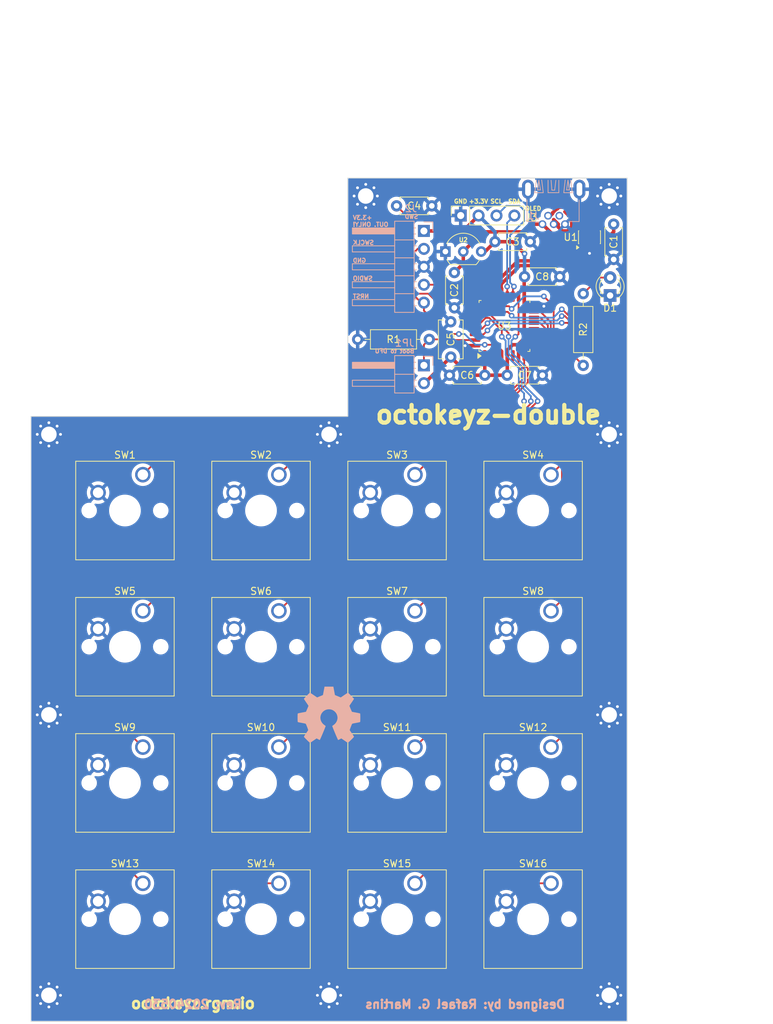
<source format=kicad_pcb>
(kicad_pcb (version 20241229) (generator "pcbnew") (generator_version "9.0")
  (title_block (title "octokeyz-mega") (date "2024-05-30") (rev "20240530") (comment 3 "Released under CERN Open Hardware Licence Version 2 - Strongly Reciprocal") (comment 4 "Designed by: Rafael G. Martins"))
  (layers (0 "F.Cu" signal) (2 "B.Cu" signal) (13 "F.Paste" user) (15 "B.Paste" user) (5 "F.SilkS" user "F.Silkscreen") (7 "B.SilkS" user "B.Silkscreen") (1 "F.Mask" user) (3 "B.Mask" user) (25 "Edge.Cuts" user))
  (net 0 "")
  (net 1 "GND")
  (net 2 "+3.3V")
  (net 3 "RESET")
  (net 4 "+5V")
  (net 5 "SWCLK")
  (net 6 "SWDIO")
  (net 7 "/USB_CONN_D-")
  (net 8 "/USB_CONN_D+")
  (net 10 "I2C_SCL")
  (net 11 "I2C_SDA")
  (net 12 "Net-(JP1-A)")
  (net 13 "KEY1")
  (net 14 "KEY2")
  (net 15 "KEY3")
  (net 16 "KEY4")
  (net 17 "KEY5")
  (net 18 "KEY6")
  (net 19 "KEY7")
  (net 20 "KEY8")
  (net 23 "LED")
  (net 24 "KEY9")
  (net 25 "KEY10")
  (net 26 "USB_D-")
  (net 27 "USB_D+")
  (net 28 "KEY11")
  (net 29 "KEY12")
  (net 30 "KEY13")
  (net 31 "KEY14")
  (net 32 "KEY15")
  (net 33 "KEY16")
  (net 34 "Net-(D1-A)")
  (footprint "LED_THT:LED_D3.0mm" (layer "F.Cu") (at 153.289 68.966 90)
    (property "Reference" "D1")
    (property "Value" "LED Green 3mm")
  )
  (footprint "octokeyz:R_YAGEO_MFR-25FTE52_Horizontal" (layer "F.Cu") (at 149.479 78.867 90)
    (property "Reference" "R2")
    (property "Value" "10k")
  )
  (footprint "octokeyz:SW_Cherry_MX_1.00u_PCB" (layer "F.Cu") (at 106.299 113.665)
    (property "Reference" "SW6")
    (property "Value" "Gateron KS-3")
  )
  (footprint "octokeyz:SW_Cherry_MX_1.00u_PCB" (layer "F.Cu") (at 106.299 132.969)
    (property "Reference" "SW10")
    (property "Value" "Gateron KS-3")
  )
  (footprint "MountingHole:MountingHole_2.2mm_M2_Pad_Via" (layer "F.Cu") (at 153.162 168.148)
    (property "Reference" "H7" (hide yes))
    (property "Value" "MountingHole_Pad")
  )
  (footprint "octokeyz:SW_Cherry_MX_1.00u_PCB" (layer "F.Cu") (at 144.907 132.969)
    (property "Reference" "SW12")
    (property "Value" "Gateron KS-3")
  )
  (footprint "octokeyz:SW_Cherry_MX_1.00u_PCB" (layer "F.Cu") (at 86.995 94.361)
    (property "Reference" "SW1")
    (property "Value" "Gateron KS-3")
  )
  (footprint "octokeyz:SW_Cherry_MX_1.00u_PCB" (layer "F.Cu") (at 125.603 132.969)
    (property "Reference" "SW11")
    (property "Value" "Gateron KS-3")
  )
  (footprint "MountingHole:MountingHole_2.2mm_M2_Pad_Via" (layer "F.Cu") (at 153.162 88.646)
    (property "Reference" "H5" (hide yes))
    (property "Value" "MountingHole_Pad")
  )
  (footprint "octokeyz:SW_Cherry_MX_1.00u_PCB" (layer "F.Cu") (at 86.995 152.273)
    (property "Reference" "SW13")
    (property "Value" "Gateron KS-3")
  )
  (footprint "octokeyz:C_TDK_FA28" (layer "F.Cu") (at 127.9906 56.261 180)
    (property "Reference" "C4")
    (property "Value" "100n")
  )
  (footprint "octokeyz:R_YAGEO_MFR-25FTE52_Horizontal" (layer "F.Cu") (at 127.635 75.184 180)
    (property "Reference" "R1")
    (property "Value" "10k")
  )
  (footprint "octokeyz:C_TDK_FA28" (layer "F.Cu") (at 141.9606 61.341 180)
    (property "Reference" "C3")
    (property "Value" "1u")
  )
  (footprint "octokeyz:SW_Cherry_MX_1.00u_PCB" (layer "F.Cu") (at 125.603 94.361)
    (property "Reference" "SW3")
    (property "Value" "Gateron KS-3")
  )
  (footprint "Connector_PinSocket_2.54mm:PinSocket_1x04_P2.54mm_Vertical" (layer "F.Cu") (at 132.09 57.633 90)
    (property "Reference" "J3")
    (property "Value" "PIN S 4P")
  )
  (footprint "octokeyz:C_TDK_FA28" (layer "F.Cu") (at 143.684 80.264 180)
    (property "Reference" "C7")
    (property "Value" "100n")
  )
  (footprint "MountingHole:MountingHole_2.2mm_M2_Pad_Via" (layer "F.Cu") (at 153.162 128.397)
    (property "Reference" "H10" (hide yes))
    (property "Value" "MountingHole_Pad")
  )
  (footprint "octokeyz:C_TDK_FA26" (layer "F.Cu") (at 130.683 72.684 -90)
    (property "Reference" "C5")
    (property "Value" "10u")
  )
  (footprint "octokeyz:SW_Cherry_MX_1.00u_PCB" (layer "F.Cu") (at 86.995 132.969)
    (property "Reference" "SW9")
    (property "Value" "Gateron KS-3")
  )
  (footprint "octokeyz:C_TDK_FA28" (layer "F.Cu") (at 146.1516 66.294 180)
    (property "Reference" "C8")
    (property "Value" "100n")
  )
  (footprint "octokeyz:SW_Cherry_MX_1.00u_PCB" (layer "F.Cu") (at 125.603 152.273)
    (property "Reference" "SW15")
    (property "Value" "Gateron KS-3")
  )
  (footprint "octokeyz:SW_Cherry_MX_1.00u_PCB" (layer "F.Cu") (at 106.299 94.361)
    (property "Reference" "SW2")
    (property "Value" "Gateron KS-3")
  )
  (footprint "MountingHole:MountingHole_2.2mm_M2_Pad_Via" (layer "F.Cu") (at 113.411 168.148)
    (property "Reference" "H9" (hide yes))
    (property "Value" "MountingHole_Pad")
  )
  (footprint "MountingHole:MountingHole_2.2mm_M2_Pad_Via" (layer "F.Cu") (at 73.66 128.397)
    (property "Reference" "H8" (hide yes))
    (property "Value" "MountingHole_Pad")
  )
  (footprint "octokeyz:C_TDK_FA28" (layer "F.Cu") (at 131.191 70.7136 90)
    (property "Reference" "C2")
    (property "Value" "1u")
  )
  (footprint "MountingHole:MountingHole_2.2mm_M2_Pad_Via" (layer "F.Cu") (at 73.66 168.148)
    (property "Reference" "H6" (hide yes))
    (property "Value" "MountingHole_Pad")
  )
  (footprint "MountingHole:MountingHole_2.2mm_M2_Pad_Via" (layer "F.Cu") (at 113.411 88.646)
    (property "Reference" "H4" (hide yes))
    (property "Value" "MountingHole_Pad")
  )
  (footprint "Package_QFP:LQFP-32_7x7mm_P0.8mm" (layer "F.Cu") (at 138.303 73.279 90)
    (property "Reference" "U3")
    (property "Value" "STM32F042K4T6 or STM32F042K6T6")
  )
  (footprint "octokeyz:SW_Cherry_MX_1.00u_PCB" (layer "F.Cu") (at 144.907 152.273)
    (property "Reference" "SW16")
    (property "Value" "Gateron KS-3")
  )
  (footprint "MountingHole:MountingHole_2.2mm_M2_Pad_Via" (layer "F.Cu") (at 73.66 88.646)
    (property "Reference" "H3" (hide yes))
    (property "Value" "MountingHole_Pad")
  )
  (footprint "octokeyz:SW_Cherry_MX_1.00u_PCB" (layer "F.Cu") (at 144.907 113.665)
    (property "Reference" "SW8")
    (property "Value" "Gateron KS-3")
  )
  (footprint "Package_TO_SOT_THT:TO-92_Inline_Wide" (layer "F.Cu") (at 129.921 62.738)
    (property "Reference" "U2")
    (property "Value" "MCP1700-3302E")
  )
  (footprint "octokeyz:SW_Cherry_MX_1.00u_PCB" (layer "F.Cu") (at 106.299 152.273)
    (property "Reference" "SW14")
    (property "Value" "Gateron KS-3")
  )
  (footprint "octokeyz:C_TDK_FA28" (layer "F.Cu") (at 153.797 63.8556 90)
    (property "Reference" "C1")
    (property "Value" "100n")
  )
  (footprint "octokeyz:SW_Cherry_MX_1.00u_PCB" (layer "F.Cu") (at 86.995 113.665)
    (property "Reference" "SW5")
    (property "Value" "Gateron KS-3")
  )
  (footprint "MountingHole:MountingHole_2.2mm_M2_Pad_Via" (layer "F.Cu") (at 118.618 54.864)
    (property "Reference" "H1" (hide yes))
    (property "Value" "MountingHole_Pad")
  )
  (footprint "MountingHole:MountingHole_2.2mm_M2_Pad_Via" (layer "F.Cu") (at 153.162 54.864)
    (property "Reference" "H2" (hide yes))
    (property "Value" "MountingHole_Pad")
  )
  (footprint "octokeyz:SW_Cherry_MX_1.00u_PCB" (layer "F.Cu") (at 144.907 94.361)
    (property "Reference" "SW4")
    (property "Value" "Gateron KS-3")
  )
  (footprint "octokeyz:SW_Cherry_MX_1.00u_PCB" (layer "F.Cu") (at 125.603 113.665)
    (property "Reference" "SW7")
    (property "Value" "Gateron KS-3")
  )
  (footprint "Package_TO_SOT_SMD:SOT-23-6" (layer "F.Cu") (at 150.368 60.706 90)
    (property "Reference" "U1")
    (property "Value" "USBLC6-2SC6")
  )
  (footprint "octokeyz:C_TDK_FA28" (layer "F.Cu") (at 130.509 80.264)
    (property "Reference" "C6")
    (property "Value" "100n")
  )
  (footprint "Connector_PinHeader_2.54mm:PinHeader_1x05_P2.54mm_Horizontal" (layer "B.Cu") (at 126.873 59.817 180)
    (property "Reference" "J2")
    (property "Value" "PIN H 5P")
  )
  (footprint "Symbol:OSHW-Symbol_8.9x8mm_SilkScreen" (layer "B.Cu") (at 113.411 128.397 180)
    (property "Reference" "REF**" (hide yes))
    (property "Value" "OSHW-Symbol_8.9x8mm_SilkScreen" (hide yes))
  )
  (footprint "Connector_PinHeader_2.54mm:PinHeader_1x02_P2.54mm_Horizontal" (layer "B.Cu") (at 126.873 78.862 180)
    (property "Reference" "JP1")
    (property "Value" "BOOT")
  )
  (footprint "octokeyz:USB_Mini-B_PTH" (layer "B.Cu") (at 143.688 58.856)
    (property "Reference" "J1")
    (property "Value" "USB_B_Mini" (hide yes))
  )
  (gr_line (start 116.078 52.324) (end 116.078 86.106) (stroke (width 0.1)) (layer "Edge.Cuts"))
  (gr_line (start 71.12 171.831) (end 155.702 171.831) (stroke (width 0.1)) (layer "Edge.Cuts"))
  (gr_line (start 71.12 86.106) (end 116.078 86.106) (stroke (width 0.1)) (layer "Edge.Cuts"))
  (gr_line (start 155.702 171.831) (end 155.702 52.324) (stroke (width 0.1)) (layer "Edge.Cuts"))
  (gr_line (start 155.702 52.324) (end 116.078 52.324) (stroke (width 0.1)) (layer "Edge.Cuts"))
  (gr_line (start 71.12 86.106) (end 71.12 171.831) (stroke (width 0.1)) (layer "Edge.Cuts"))
  (gr_text "OLED" (at 142.367 56.642 0) (layer "F.SilkS") (effects (font (size 0.6 0.6))))
  (gr_text "SCL" (at 137.16 55.626 0) (layer "F.SilkS") (effects (font (size 0.6 0.6))))
  (gr_text "GND" (at 132.08 55.626 0) (layer "F.SilkS") (effects (font (size 0.6 0.6))))
  (gr_text "octokeyz.rgm.io" (at 94.107 169.291 0) (layer "F.SilkS") (effects (font (size 1.5 1.5) (thickness 0.375) (bold yes))))
  (gr_text "octokeyz-double" (at 136.017 85.852 0) (layer "F.SilkS") (effects (font (size 2.5 2.5) (thickness 0.6) (bold yes))))
  (gr_text "+3.3V" (at 134.62 55.626 0) (layer "F.SilkS") (effects (font (size 0.6 0.6))))
  (gr_text "SDA" (at 139.7 55.626 0) (layer "F.SilkS") (effects (font (size 0.6 0.6))))
  (gr_text "Boot to DFU" (at 125.603 76.835 0) (layer "B.SilkS") (effects (font (size 0.6 0.6)) (justify left mirror)))
  (gr_text "SWCLK" (at 116.713 61.468 0) (layer "B.SilkS") (effects (font (size 0.6 0.6)) (justify right mirror)))
  (gr_text "SWDIO" (at 116.713 66.548 0) (layer "B.SilkS") (effects (font (size 0.6 0.6)) (justify right mirror)))
  (gr_text "+3.3V\nOUT. ONLY!" (at 116.713 58.42 0) (layer "B.SilkS") (effects (font (size 0.6 0.6)) (justify right mirror)))
  (gr_text "Rev: ${REVISION}" (at 94.107 169.418 0) (layer "B.SilkS") (effects (font (size 1.2 1.2) (thickness 0.3) (bold yes)) (justify mirror)))
  (gr_text "${COMMENT4}" (at 132.715 169.418 0) (layer "B.SilkS") (effects (font (size 1.2 1.2) (thickness 0.3) (bold yes)) (justify mirror)))
  (gr_text "SWD" (at 124.079 57.785 0) (layer "B.SilkS") (effects (font (size 0.6 0.6)) (justify right mirror)))
  (gr_text "NRST" (at 116.713 69.088 0) (layer "B.SilkS") (effects (font (size 0.6 0.6)) (justify right mirror)))
  (gr_text "GND" (at 116.713 64.008 0) (layer "B.SilkS") (effects (font (size 0.6 0.6)) (justify right mirror)))
  (segment (start 143.885 70.479) (end 143.891 70.485) (width 0.5) (layer "F.Cu") (net 1))
  (segment (start 142.478 70.479) (end 143.885 70.479) (width 0.5) (layer "F.Cu") (net 1))
  (segment (start 132.715 76.079) (end 134.128 76.079) (width 0.5) (layer "F.Cu") (net 1))
  (segment (start 150.368 61.8435) (end 150.368 62.992) (width 0.5) (layer "F.Cu") (net 1))
  (via (at 150.368 62.992) (size 0.8) (drill 0.4) (layers "F.Cu" "B.Cu") (net 1))
  (via (at 132.715 76.079) (size 0.8) (drill 0.4) (layers "F.Cu" "B.Cu") (net 1))
  (via (at 143.891 70.485) (size 0.8) (drill 0.4) (layers "F.Cu" "B.Cu") (net 1))
  (segment (start 135.001 62.738) (end 135.5636 62.738) (width 0.5) (layer "F.Cu") (net 2))
  (segment (start 136.9606 61.341) (end 139.446 61.341) (width 0.5) (layer "F.Cu") (net 2))
  (segment (start 138.703 80.245) (end 138.684 80.264) (width 0.5) (layer "F.Cu") (net 2))
  (segment (start 141.103 69.104) (end 141.103 66.3426) (width 0.5) (layer "F.Cu") (net 2))
  (segment (start 141.103 75.051) (end 140.208 75.946) (width 0.5) (layer "F.Cu") (net 2))
  (segment (start 135.5636 62.738) (end 136.9606 61.341) (width 0.5) (layer "F.Cu") (net 2))
  (segment (start 135.503 80.258) (end 135.509 80.264) (width 0.5) (layer "F.Cu") (net 2))
  (segment (start 139.461001 75.946) (end 138.703 76.704001) (width 0.5) (layer "F.Cu") (net 2))
  (segment (start 134.63 57.633) (end 132.446 59.817) (width 0.5) (layer "F.Cu") (net 2))
  (segment (start 139.446 61.341) (end 141.1516 63.0466) (width 0.5) (layer "F.Cu") (net 2))
  (segment (start 138.684 80.264) (end 135.509 80.264) (width 0.5) (layer "F.Cu") (net 2))
  (segment (start 138.703 77.454) (end 138.703 80.245) (width 0.5) (layer "F.Cu") (net 2))
  (segment (start 132.446 59.817) (end 126.873 59.817) (width 0.5) (layer "F.Cu") (net 2))
  (segment (start 126.965 81.402) (end 126.873 81.402) (width 0.5) (layer "F.Cu") (net 2))
  (segment (start 138.703 76.704001) (end 138.703 77.454) (width 0.5) (layer "F.Cu") (net 2))
  (segment (start 135.503 77.454) (end 135.503 80.258) (width 0.5) (layer "F.Cu") (net 2))
  (segment (start 135.509 80.264) (end 133.263 80.264) (width 0.5) (layer "F.Cu") (net 2))
  (segment (start 133.263 80.264) (end 130.683 77.684) (width 0.5) (layer "F.Cu") (net 2))
  (segment (start 141.103 66.3426) (end 141.1516 66.294) (width 0.5) (layer "F.Cu") (net 2))
  (segment (start 141.103 69.104) (end 141.103 75.051) (width 0.5) (layer "F.Cu") (net 2))
  (segment (start 140.208 75.946) (end 139.461001 75.946) (width 0.5) (layer "F.Cu") (net 2))
  (segment (start 130.683 77.684) (end 126.965 81.402) (width 0.5) (layer "F.Cu") (net 2))
  (via (at 141.1516 63.0466) (size 0.8) (drill 0.4) (layers "F.Cu" "B.Cu") (net 2))
  (segment (start 136.9606 61.341) (end 136.9606 59.9636) (width 0.5) (layer "B.Cu") (net 2))
  (segment (start 136.9606 59.9636) (end 134.63 57.633) (width 0.5) (layer "B.Cu") (net 2))
  (segment (start 141.1516 63.0466) (end 141.1516 66.294) (width 0.5) (layer "B.Cu") (net 2))
  (segment (start 124.811999 68.296999) (end 124.811999 58.082399) (width 0.25) (layer "F.Cu") (net 3))
  (segment (start 126.873 69.977) (end 126.492 69.977) (width 0.25) (layer "F.Cu") (net 3))
  (segment (start 137.903 76.704001) (end 137.144999 75.946) (width 0.25) (layer "F.Cu") (net 3))
  (segment (start 137.903 77.454) (end 137.903 76.704001) (width 0.25) (layer "F.Cu") (net 3))
  (segment (start 126.873 70.612) (end 126.547172 70.612) (width 0.25) (layer "F.Cu") (net 3))
  (segment (start 126.492 69.977) (end 124.811999 68.296999) (width 0.25) (layer "F.Cu") (net 3))
  (segment (start 137.144999 75.946) (end 135.509 75.946) (width 0.25) (layer "F.Cu") (net 3))
  (segment (start 126.873 70.612) (end 126.873 69.977) (width 0.25) (layer "F.Cu") (net 3))
  (segment (start 131.826 74.422) (end 130.175 74.422) (width 0.25) (layer "F.Cu") (net 3))
  (segment (start 130.175 74.422) (end 126.873 71.12) (width 0.25) (layer "F.Cu") (net 3))
  (segment (start 126.873 71.12) (end 126.873 70.612) (width 0.25) (layer "F.Cu") (net 3))
  (segment (start 124.811999 58.082399) (end 122.9906 56.261) (width 0.25) (layer "F.Cu") (net 3))
  (via (at 131.826 74.422) (size 0.8) (drill 0.4) (layers "F.Cu" "B.Cu") (net 3))
  (via (at 135.509 75.946) (size 0.8) (drill 0.4) (layers "F.Cu" "B.Cu") (net 3))
  (segment (start 134.1755 75.946) (end 135.509 75.946) (width 0.25) (layer "B.Cu") (net 3))
  (segment (start 132.6515 74.422) (end 134.1755 75.946) (width 0.25) (layer "B.Cu") (net 3))
  (segment (start 131.826 74.422) (end 132.6515 74.422) (width 0.25) (layer "B.Cu") (net 3))
  (segment (start 132.461 62.738) (end 132.461 64.4436) (width 0.5) (layer "F.Cu") (net 4))
  (segment (start 141.097 59.944) (end 135.255 59.944) (width 0.5) (layer "F.Cu") (net 4))
  (segment (start 145.538 60.706) (end 143.688 58.856) (width 0.5) (layer "F.Cu") (net 4))
  (segment (start 150.368 60.230999) (end 149.892999 60.706) (width 0.5) (layer "F.Cu") (net 4))
  (segment (start 153.035 60.706) (end 153.797 59.944) (width 0.5) (layer "F.Cu") (net 4))
  (segment (start 153.797 59.944) (end 153.797 58.8556) (width 0.5) (layer "F.Cu") (net 4))
  (segment (start 150.876 60.706) (end 153.035 60.706) (width 0.5) (layer "F.Cu") (net 4))
  (segment (start 132.461 64.4436) (end 131.191 65.7136) (width 0.5) (layer "F.Cu") (net 4))
  (segment (start 149.892999 60.706) (end 145.538 60.706) (width 0.5) (layer "F.Cu") (net 4))
  (segment (start 142.185 58.856) (end 141.097 59.944) (width 0.5) (layer "F.Cu") (net 4))
  (segment (start 150.368 59.5685) (end 150.368 60.198) (width 0.5) (layer "F.Cu") (net 4))
  (segment (start 150.368 59.5685) (end 150.368 60.230999) (width 0.5) (layer "F.Cu") (net 4))
  (segment (start 135.255 59.944) (end 132.461 62.738) (width 0.5) (layer "F.Cu") (net 4))
  (segment (start 143.688 58.856) (end 142.185 58.856) (width 0.5) (layer "F.Cu") (net 4))
  (segment (start 150.368 60.198) (end 150.876 60.706) (width 0.5) (layer "F.Cu") (net 4))
  (segment (start 129.54 69.342) (end 128.143 69.342) (width 0.25) (layer "F.Cu") (net 5))
  (segment (start 125.222 63.119) (end 125.984 62.357) (width 0.25) (layer "F.Cu") (net 5))
  (segment (start 127.508 68.707) (end 125.801828 68.707) (width 0.25) (layer "F.Cu") (net 5))
  (segment (start 131.191 67.691) (end 129.54 69.342) (width 0.25) (layer "F.Cu") (net 5))
  (segment (start 135.255 67.691) (end 131.191 67.691) (width 0.25) (layer "F.Cu") (net 5))
  (segment (start 125.984 62.357) (end 126.873 62.357) (width 0.25) (layer "F.Cu") (net 5))
  (segment (start 135.503 67.939) (end 135.255 67.691) (width 0.25) (layer "F.Cu") (net 5))
  (segment (start 128.143 69.342) (end 127.508 68.707) (width 0.25) (layer "F.Cu") (net 5))
  (segment (start 125.222 68.127172) (end 125.222 63.119) (width 0.25) (layer "F.Cu") (net 5))
  (segment (start 125.801828 68.707) (end 125.222 68.127172) (width 0.25) (layer "F.Cu") (net 5))
  (segment (start 135.503 69.104) (end 135.503 67.939) (width 0.25) (layer "F.Cu") (net 5))
  (segment (start 130.865172 67.437) (end 126.873 67.437) (width 0.25) (layer "F.Cu") (net 6))
  (segment (start 136.303 69.104) (end 136.303 68.159172) (width 0.25) (layer "F.Cu") (net 6))
  (segment (start 135.424828 67.281) (end 131.021172 67.281) (width 0.25) (layer "F.Cu") (net 6))
  (segment (start 131.021172 67.281) (end 130.865172 67.437) (width 0.25) (layer "F.Cu") (net 6))
  (segment (start 136.303 68.159172) (end 135.424828 67.281) (width 0.25) (layer "F.Cu") (net 6))
  (segment (start 149.615692 56.439) (end 150.698 57.521308) (width 0.5) (layer "F.Cu") (net 7))
  (segment (start 145.690354 56.696) (end 145.781309 56.696) (width 0.5) (layer "F.Cu") (net 7))
  (segment (start 150.698 57.954749) (end 151.318 58.574749) (width 0.5) (layer "F.Cu") (net 7))
  (segment (start 151.318 58.574749) (end 151.318 59.5685) (width 0.5) (layer "F.Cu") (net 7))
  (segment (start 145.128 57.349309) (end 145.128 57.258354) (width 0.5) (layer "F.Cu") (net 7))
  (segment (start 144.821309 57.656) (end 145.128 57.349309) (width 0.5) (layer "F.Cu") (net 7))
  (segment (start 144.488 57.656) (end 144.821309 57.656) (width 0.5) (layer "F.Cu") (net 7))
  (segment (start 146.038309 56.439) (end 149.615692 56.439) (width 0.5) (layer "F.Cu") (net 7))
  (segment (start 145.781309 56.696) (end 146.038309 56.439) (width 0.5) (layer "F.Cu") (net 7))
  (segment (start 145.128 57.258354) (end 145.690354 56.696) (width 0.5) (layer "F.Cu") (net 7))
  (segment (start 150.698 57.521308) (end 150.698 57.954749) (width 0.5) (layer "F.Cu") (net 7))
  (segment (start 145.928 59.253646) (end 146.490354 59.816) (width 0.5) (layer "F.Cu") (net 8))
  (segment (start 146.490354 59.816) (end 147.285646 59.816) (width 0.5) (layer "F.Cu") (net 8))
  (segment (start 150.038 57.794692) (end 150.038 57.954749) (width 0.5) (layer "F.Cu") (net 8))
  (segment (start 147.848 58.058354) (end 146.888646 57.099) (width 0.5) (layer "F.Cu") (net 8))
  (segment (start 149.418 58.574749) (end 149.418 59.5685) (width 0.5) (layer "F.Cu") (net 8))
  (segment (start 147.848 59.253646) (end 147.848 58.058354) (width 0.5) (layer "F.Cu") (net 8))
  (segment (start 149.342308 57.099) (end 150.038 57.794692) (width 0.5) (layer "F.Cu") (net 8))
  (segment (start 145.288 58.856) (end 145.288 58.213646) (width 0.5) (layer "F.Cu") (net 8))
  (segment (start 146.888646 57.099) (end 149.342308 57.099) (width 0.5) (layer "F.Cu") (net 8))
  (segment (start 150.038 57.954749) (end 149.418 58.574749) (width 0.5) (layer "F.Cu") (net 8))
  (segment (start 147.285646 59.816) (end 147.848 59.253646) (width 0.5) (layer "F.Cu") (net 8))
  (segment (start 145.288 58.213646) (end 145.928 58.853646) (width 0.5) (layer "F.Cu") (net 8))
  (segment (start 145.928 58.853646) (end 145.928 59.253646) (width 0.5) (layer "F.Cu") (net 8))
  (segment (start 139.503 67.832003) (end 139.644003 67.691) (width 0.25) (layer "F.Cu") (net 10))
  (segment (start 139.503 69.104) (end 139.503 67.832003) (width 0.25) (layer "F.Cu") (net 10))
  (via (at 139.644003 67.691) (size 0.8) (drill 0.4) (layers "F.Cu" "B.Cu") (net 10))
  (segment (start 139.644003 67.682266) (end 139.094 67.132263) (width 0.25) (layer "B.Cu") (net 10))
  (segment (start 140.462 56.261) (end 138.542 56.261) (width 0.25) (layer "B.Cu") (net 10))
  (segment (start 141.097 58.42) (end 141.097 56.896) (width 0.25) (layer "B.Cu") (net 10))
  (segment (start 139.094 67.132263) (end 139.094 60.423) (width 0.25) (layer "B.Cu") (net 10))
  (segment (start 138.542 56.261) (end 137.17 57.633) (width 0.25) (layer "B.Cu") (net 10))
  (segment (start 139.644003 67.691) (end 139.644003 67.682266) (width 0.25) (layer "B.Cu") (net 10))
  (segment (start 141.097 56.896) (end 140.462 56.261) (width 0.25) (layer "B.Cu") (net 10))
  (segment (start 139.094 60.423) (end 141.097 58.42) (width 0.25) (layer "B.Cu") (net 10))
  (segment (start 138.703 69.104) (end 138.703 67.71) (width 0.25) (layer "F.Cu") (net 11))
  (segment (start 138.703 67.71) (end 138.684 67.691) (width 0.25) (layer "F.Cu") (net 11))
  (via (at 138.684 67.691) (size 0.8) (drill 0.4) (layers "F.Cu" "B.Cu") (net 11))
  (segment (start 138.684 58.659) (end 139.71 57.633) (width 0.25) (layer "B.Cu") (net 11))
  (segment (start 138.684 67.691) (end 138.684 58.659) (width 0.25) (layer "B.Cu") (net 11))
  (segment (start 126.873 78.862) (end 126.873 75.946) (width 0.25) (layer "F.Cu") (net 12))
  (segment (start 130.143 75.279) (end 130.048 75.184) (width 0.25) (layer "F.Cu") (net 12))
  (segment (start 134.128 75.279) (end 130.143 75.279) (width 0.25) (layer "F.Cu") (net 12))
  (segment (start 130.048 75.184) (end 127.635 75.184) (width 0.25) (layer "F.Cu") (net 12))
  (segment (start 126.873 75.946) (end 127.635 75.184) (width 0.25) (layer "F.Cu") (net 12))
  (segment (start 89.789 91.567) (end 86.995 94.361) (width 0.25) (layer "F.Cu") (net 13))
  (segment (start 139.503 77.454) (end 139.503 78.354828) (width 0.25) (layer "F.Cu") (net 13))
  (segment (start 130.175 91.567) (end 89.789 91.567) (width 0.25) (layer "F.Cu") (net 13))
  (segment (start 139.503 78.354828) (end 140.785 79.636828) (width 0.25) (layer "F.Cu") (net 13))
  (segment (start 140.785 79.636828) (end 140.785 80.957) (width 0.25) (layer "F.Cu") (net 13))
  (segment (start 140.785 80.957) (end 130.175 91.567) (width 0.25) (layer "F.Cu") (net 13))
  (segment (start 130.345242 91.978) (end 108.682 91.978) (width 0.25) (layer "F.Cu") (net 14))
  (segment (start 140.303 78.575) (end 141.195 79.467) (width 0.25) (layer "F.Cu") (net 14))
  (segment (start 141.196 81.127242) (end 130.345242 91.978) (width 0.25) (layer "F.Cu") (net 14))
  (segment (start 141.195 80.42) (end 141.196 80.421) (width 0.25) (layer "F.Cu") (net 14))
  (segment (start 140.303 77.454) (end 140.303 78.575) (width 0.25) (layer "F.Cu") (net 14))
  (segment (start 141.196 80.421) (end 141.196 81.127242) (width 0.25) (layer "F.Cu") (net 14))
  (segment (start 141.195 79.467) (end 141.195 80.42) (width 0.25) (layer "F.Cu") (net 14))
  (segment (start 108.682 91.978) (end 106.299 94.361) (width 0.25) (layer "F.Cu") (net 14))
  (segment (start 141.607 80.012) (end 141.607 81.297484) (width 0.25) (layer "F.Cu") (net 15))
  (segment (start 141.605 79.297172) (end 141.605 80.01) (width 0.25) (layer "F.Cu") (net 15))
  (segment (start 141.103 78.795172) (end 141.605 79.297172) (width 0.25) (layer "F.Cu") (net 15))
  (segment (start 130.515484 92.389) (end 127.575 92.389) (width 0.25) (layer "F.Cu") (net 15))
  (segment (start 141.103 77.454) (end 141.103 78.795172) (width 0.25) (layer "F.Cu") (net 15))
  (segment (start 141.607 81.297484) (end 130.515484 92.389) (width 0.25) (layer "F.Cu") (net 15))
  (segment (start 127.575 92.389) (end 125.603 94.361) (width 0.25) (layer "F.Cu") (net 15))
  (segment (start 141.605 80.01) (end 141.607 80.012) (width 0.25) (layer "F.Cu") (net 15))
  (segment (start 143.51 76.079) (end 142.478 76.079) (width 0.25) (layer "F.Cu") (net 16))
  (segment (start 145.161 82.042) (end 145.161 77.73) (width 0.25) (layer "F.Cu") (net 16))
  (segment (start 144.907 94.361) (end 146.05 93.218) (width 0.25) (layer "F.Cu") (net 16))
  (segment (start 146.05 93.218) (end 146.05 82.931) (width 0.25) (layer "F.Cu") (net 16))
  (segment (start 145.161 77.73) (end 143.51 76.079) (width 0.25) (layer "F.Cu") (net 16))
  (segment (start 146.05 82.931) (end 145.161 82.042) (width 0.25) (layer "F.Cu") (net 16))
  (segment (start 139.506 106.874) (end 93.786 106.874) (width 0.25) (layer "F.Cu") (net 17))
  (segment (start 93.786 106.874) (end 86.995 113.665) (width 0.25) (layer "F.Cu") (net 17))
  (segment (start 145.288 98.405516) (end 145.288 101.092) (width 0.25) (layer "F.Cu") (net 17))
  (segment (start 146.461 82.760758) (end 146.461 97.232516) (width 0.25) (layer "F.Cu") (net 17))
  (segment (start 145.572 77.559758) (end 145.572 81.871758) (width 0.25) (layer "F.Cu") (net 17))
  (segment (start 146.461 97.232516) (end 145.288 98.405516) (width 0.25) (layer "F.Cu") (net 17))
  (segment (start 145.572 81.871758) (end 146.461 82.760758) (width 0.25) (layer "F.Cu") (net 17))
  (segment (start 142.478 75.279) (end 143.291242 75.279) (width 0.25) (layer "F.Cu") (net 17))
  (segment (start 143.291242 75.279) (end 145.572 77.559758) (width 0.25) (layer "F.Cu") (net 17))
  (segment (start 145.288 101.092) (end 139.506 106.874) (width 0.25) (layer "F.Cu") (net 17))
  (segment (start 139.676242 107.285) (end 112.679 107.285) (width 0.25) (layer "F.Cu") (net 18))
  (segment (start 145.983 77.389516) (end 145.983 81.701516) (width 0.25) (layer "F.Cu") (net 18))
  (segment (start 145.699 98.575758) (end 145.699 101.262242) (width 0.25) (layer "F.Cu") (net 18))
  (segment (start 112.679 107.285) (end 106.299 113.665) (width 0.25) (layer "F.Cu") (net 18))
  (segment (start 145.699 101.262242) (end 139.676242 107.285) (width 0.25) (layer "F.Cu") (net 18))
  (segment (start 142.478 74.479) (end 143.072484 74.479) (width 0.25) (layer "F.Cu") (net 18))
  (segment (start 146.872 97.402758) (end 145.699 98.575758) (width 0.25) (layer "F.Cu") (net 18))
  (segment (start 143.072484 74.479) (end 145.983 77.389516) (width 0.25) (layer "F.Cu") (net 18))
  (segment (start 145.983 81.701516) (end 146.872 82.590516) (width 0.25) (layer "F.Cu") (net 18))
  (segment (start 146.872 82.590516) (end 146.872 97.402758) (width 0.25) (layer "F.Cu") (net 18))
  (segment (start 147.283 97.573) (end 146.11 98.746) (width 0.25) (layer "F.Cu") (net 19))
  (segment (start 146.11 98.746) (end 146.11 101.432484) (width 0.25) (layer "F.Cu") (net 19))
  (segment (start 139.846484 107.696) (end 131.572 107.696) (width 0.25) (layer "F.Cu") (net 19))
  (segment (start 143.637 74.462274) (end 146.394 77.219274) (width 0.25) (layer "F.Cu") (net 19))
  (segment (start 143.275 73.679) (end 143.637 74.041) (width 0.25) (layer "F.Cu") (net 19))
  (segment (start 142.478 73.679) (end 143.275 73.679) (width 0.25) (layer "F.Cu") (net 19))
  (segment (start 143.637 74.041) (end 143.637 74.462274) (width 0.25) (layer "F.Cu") (net 19))
  (segment (start 146.394 81.531274) (end 147.283 82.420274) (width 0.25) (layer "F.Cu") (net 19))
  (segment (start 146.11 101.432484) (end 139.846484 107.696) (width 0.25) (layer "F.Cu") (net 19))
  (segment (start 146.394 77.219274) (end 146.394 81.531274) (width 0.25) (layer "F.Cu") (net 19))
  (segment (start 147.283 82.420274) (end 147.283 97.573) (width 0.25) (layer "F.Cu") (net 19))
  (segment (start 131.572 107.696) (end 125.603 113.665) (width 0.25) (layer "F.Cu") (net 19))
  (segment (start 144.048 74.292032) (end 146.805 77.049032) (width 0.25) (layer "F.Cu") (net 20))
  (segment (start 143.364 72.879) (end 144.048 73.563) (width 0.25) (layer "F.Cu") (net 20))
  (segment (start 146.805 81.361032) (end 147.694 82.250032) (width 0.25) (layer "F.Cu") (net 20))
  (segment (start 148.844 109.728) (end 144.907 113.665) (width 0.25) (layer "F.Cu") (net 20))
  (segment (start 144.048 73.563) (end 144.048 74.292032) (width 0.25) (layer "F.Cu") (net 20))
  (segment (start 148.844 98.729242) (end 148.844 109.728) (width 0.25) (layer "F.Cu") (net 20))
  (segment (start 147.694 97.579242) (end 148.844 98.729242) (width 0.25) (layer "F.Cu") (net 20))
  (segment (start 146.805 77.049032) (end 146.805 81.361032) (width 0.25) (layer "F.Cu") (net 20))
  (segment (start 147.694 82.250032) (end 147.694 97.579242) (width 0.25) (layer "F.Cu") (net 20))
  (segment (start 142.478 72.879) (end 143.364 72.879) (width 0.25) (layer "F.Cu") (net 20))
  (segment (start 149.479 78.867) (end 148.038 77.426) (width 0.25) (layer "F.Cu") (net 23))
  (segment (start 145.281 73.781306) (end 145.281 70.478) (width 0.25) (layer "F.Cu") (net 23))
  (segment (start 148.038 76.538306) (end 145.281 73.781306) (width 0.25) (layer "F.Cu") (net 23))
  (segment (start 145.281 70.478) (end 143.891 69.088) (width 0.25) (layer "F.Cu") (net 23))
  (segment (start 138.932 70.479) (end 139.319 70.866) (width 0.25) (layer "F.Cu") (net 23))
  (segment (start 134.128 70.479) (end 138.932 70.479) (width 0.25) (layer "F.Cu") (net 23))
  (segment (start 148.038 77.426) (end 148.038 76.538306) (width 0.25) (layer "F.Cu") (net 23))
  (via (at 139.319 70.866) (size 0.8) (drill 0.4) (layers "F.Cu" "B.Cu") (net 23))
  (via (at 143.891 69.088) (size 0.8) (drill 0.4) (layers "F.Cu" "B.Cu") (net 23))
  (segment (start 141.097 69.088) (end 143.891 69.088) (width 0.25) (layer "B.Cu") (net 23))
  (segment (start 139.319 70.866) (end 141.097 69.088) (width 0.25) (layer "B.Cu") (net 23))
  (segment (start 142.326148 84.633) (end 142.316 84.633) (width 0.25) (layer "F.Cu") (net 24))
  (segment (start 140.303 74.428015) (end 140.303 69.104) (width 0.25) (layer "F.Cu") (net 24))
  (segment (start 139.842006 74.803) (end 139.928015 74.803) (width 0.25) (layer "F.Cu") (net 24))
  (segment (start 141.903994 85.045006) (end 141.903994 89.363006) (width 0.25) (layer "F.Cu") (net 24))
  (segment (start 141.903994 89.363006) (end 124.804 106.463) (width 0.25) (layer "F.Cu") (net 24))
  (segment (start 142.727997 84.221003) (end 142.727997 84.231151) (width 0.25) (layer "F.Cu") (net 24))
  (segment (start 124.804 106.463) (end 84.291 106.463) (width 0.25) (layer "F.Cu") (net 24))
  (segment (start 142.727997 84.231151) (end 142.326148 84.633) (width 0.25) (layer "F.Cu") (net 24))
  (segment (start 77.724 113.03) (end 77.724 123.698) (width 0.25) (layer "F.Cu") (net 24))
  (segment (start 84.291 106.463) (end 77.724 113.03) (width 0.25) (layer "F.Cu") (net 24))
  (segment (start 143.002 83.947) (end 142.727997 84.221003) (width 0.25) (layer "F.Cu") (net 24))
  (segment (start 77.724 123.698) (end 86.995 132.969) (width 0.25) (layer "F.Cu") (net 24))
  (segment (start 139.928015 74.803) (end 140.303 74.428015) (width 0.25) (layer "F.Cu") (net 24))
  (segment (start 142.316 84.633) (end 141.903994 85.045006) (width 0.25) (layer "F.Cu") (net 24))
  (via (at 143.002 83.947) (size 0.8) (drill 0.4) (layers "F.Cu" "B.Cu") (net 24))
  (via (at 139.842006 74.803) (size 0.8) (drill 0.4) (layers "F.Cu" "B.Cu") (net 24))
  (segment (start 139.293003 75.362151) (end 139.568003 75.087151) (width 0.25) (layer "B.Cu") (net 24))
  (segment (start 143.002 83.947) (end 143.002 83.592484) (width 0.25) (layer "B.Cu") (net 24))
  (segment (start 141.157 81.747484) (end 141.157 78.907516) (width 0.25) (layer "B.Cu") (net 24))
  (segment (start 141.157 78.907516) (end 139.293003 77.043519) (width 0.25) (layer "B.Cu") (net 24))
  (segment (start 139.568003 75.077003) (end 139.842006 74.803) (width 0.25) (layer "B.Cu") (net 24))
  (segment (start 139.293003 77.043519) (end 139.293003 75.362151) (width 0.25) (layer "B.Cu") (net 24))
  (segment (start 139.568003 75.087151) (end 139.568003 75.077003) (width 0.25) (layer "B.Cu") (net 24))
  (segment (start 143.002 83.592484) (end 141.157 81.747484) (width 0.25) (layer "B.Cu") (net 24))
  (segment (start 147.216 81.19079) (end 148.105 82.07979) (width 0.25) (layer "F.Cu") (net 25))
  (segment (start 143.362621 72.079) (end 144.459 73.175379) (width 0.25) (layer "F.Cu") (net 25))
  (segment (start 144.459 74.12179) (end 147.216 76.87879) (width 0.25) (layer "F.Cu") (net 25))
  (segment (start 147.066 122.555) (end 116.713 122.555) (width 0.25) (layer "F.Cu") (net 25))
  (segment (start 144.459 73.175379) (end 144.459 74.12179) (width 0.25) (layer "F.Cu") (net 25))
  (segment (start 149.255 120.366) (end 147.066 122.555) (width 0.25) (layer "F.Cu") (net 25))
  (segment (start 116.713 122.555) (end 106.299 132.969) (width 0.25) (layer "F.Cu") (net 25))
  (segment (start 148.105 82.07979) (end 148.105 97.409) (width 0.25) (layer "F.Cu") (net 25))
  (segment (start 149.255 98.559) (end 149.255 120.366) (width 0.25) (layer "F.Cu") (net 25))
  (segment (start 142.478 72.079) (end 143.362621 72.079) (width 0.25) (layer "F.Cu") (net 25))
  (segment (start 147.216 76.87879) (end 147.216 81.19079) (width 0.25) (layer "F.Cu") (net 25))
  (segment (start 148.105 97.409) (end 149.255 98.559) (width 0.25) (layer "F.Cu") (net 25))
  (segment (start 151.318 62.837251) (end 151.318 61.8435) (width 0.5) (layer "F.Cu") (net 26))
  (segment (start 151.178 63.327513) (end 151.178 62.977251) (width 0.5) (layer "F.Cu") (net 26))
  (segment (start 137.833 67.908999) (end 137.833 67.357692) (width 0.5) (layer "F.Cu") (net 26))
  (segment (start 151.178 62.977251) (end 151.318 62.837251) (width 0.5) (layer "F.Cu") (net 26))
  (segment (start 149.808061 65.481) (end 150.698 64.591061) (width 0.5) (layer "F.Cu") (net 26))
  (segment (start 140.471692 64.719) (end 147.310308 64.719) (width 0.5) (layer "F.Cu") (net 26))
  (segment (start 137.833 67.357692) (end 140.471692 64.719) (width 0.5) (layer "F.Cu") (net 26))
  (segment (start 148.072308 65.481) (end 149.808061 65.481) (width 0.5) (layer "F.Cu") (net 26))
  (segment (start 150.698 63.807513) (end 151.178 63.327513) (width 0.5) (layer "F.Cu") (net 26))
  (segment (start 147.310308 64.719) (end 148.072308 65.481) (width 0.5) (layer "F.Cu") (net 26))
  (segment (start 137.903 67.978999) (end 137.833 67.908999) (width 0.5) (layer "F.Cu") (net 26))
  (segment (start 150.698 64.591061) (end 150.698 63.807513) (width 0.5) (layer "F.Cu") (net 26))
  (segment (start 137.903 69.104) (end 137.903 67.978999) (width 0.5) (layer "F.Cu") (net 26))
  (segment (start 149.534677 64.821) (end 150.038 64.317677) (width 0.5) (layer "F.Cu") (net 27))
  (segment (start 149.558 63.327513) (end 149.558 62.977251) (width 0.5) (layer "F.Cu") (net 27))
  (segment (start 148.345692 64.821) (end 149.534677 64.821) (width 0.5) (layer "F.Cu") (net 27))
  (segment (start 140.198308 64.059) (end 147.583692 64.059) (width 0.5) (layer "F.Cu") (net 27))
  (segment (start 137.103 69.104) (end 137.103 67.978999) (width 0.5) (layer "F.Cu") (net 27))
  (segment (start 137.173 67.908999) (end 137.173 67.084308) (width 0.5) (layer "F.Cu") (net 27))
  (segment (start 137.173 67.084308) (end 140.198308 64.059) (width 0.5) (layer "F.Cu") (net 27))
  (segment (start 150.038 63.807513) (end 149.558 63.327513) (width 0.5) (layer "F.Cu") (net 27))
  (segment (start 150.038 64.317677) (end 150.038 63.807513) (width 0.5) (layer "F.Cu") (net 27))
  (segment (start 147.583692 64.059) (end 148.345692 64.821) (width 0.5) (layer "F.Cu") (net 27))
  (segment (start 137.103 67.978999) (end 137.173 67.908999) (width 0.5) (layer "F.Cu") (net 27))
  (segment (start 149.418 62.837251) (end 149.418 61.8435) (width 0.5) (layer "F.Cu") (net 27))
  (segment (start 149.558 62.977251) (end 149.418 62.837251) (width 0.5) (layer "F.Cu") (net 27))
  (segment (start 147.627 81.020548) (end 148.516 81.909548) (width 0.25) (layer "F.Cu") (net 28))
  (segment (start 148.516 97.238758) (end 149.666 98.388758) (width 0.25) (layer "F.Cu") (net 28))
  (segment (start 149.666 120.536242) (end 147.236242 122.966) (width 0.25) (layer "F.Cu") (net 28))
  (segment (start 148.516 81.909548) (end 148.516 97.238758) (width 0.25) (layer "F.Cu") (net 28))
  (segment (start 147.236242 122.966) (end 135.606 122.966) (width 0.25) (layer "F.Cu") (net 28))
  (segment (start 143.415 71.279) (end 144.87 72.734) (width 0.25) (layer "F.Cu") (net 28))
  (segment (start 135.606 122.966) (end 125.603 132.969) (width 0.25) (layer "F.Cu") (net 28))
  (segment (start 142.478 71.279) (end 143.415 71.279) (width 0.25) (layer "F.Cu") (net 28))
  (segment (start 144.87 73.951548) (end 147.627 76.708548) (width 0.25) (layer "F.Cu") (net 28))
  (segment (start 144.87 72.734) (end 144.87 73.951548) (width 0.25) (layer "F.Cu") (net 28))
  (segment (start 147.627 76.708548) (end 147.627 81.020548) (width 0.25) (layer "F.Cu") (net 28))
  (segment (start 149.666 98.388758) (end 149.666 120.536242) (width 0.25) (layer "F.Cu") (net 28))
  (segment (start 147.828 124.117968) (end 147.828 130.048) (width 0.25) (layer "F.Cu") (net 29))
  (segment (start 150.899 97.878032) (end 150.899 121.046968) (width 0.25) (layer "F.Cu") (net 29))
  (segment (start 149.749 96.728032) (end 150.899 97.878032) (width 0.25) (layer "F.Cu") (net 29))
  (segment (start 152.079 79.969484) (end 149.749 82.299484) (width 0.25) (layer "F.Cu") (net 29))
  (segment (start 146.506481 70.921997) (end 152.079 76.494516) (width 0.25) (layer "F.Cu") (net 29))
  (segment (start 152.079 76.494516) (end 152.079 79.969484) (width 0.25) (layer "F.Cu") (net 29))
  (segment (start 139.044997 71.552) (end 139.034849 71.552) (width 0.25) (layer "F.Cu") (net 29))
  (segment (start 149.749 82.299484) (end 149.749 96.728032) (width 0.25) (layer "F.Cu") (net 29))
  (segment (start 139.034849 71.552) (end 138.761849 71.279) (width 0.25) (layer "F.Cu") (net 29))
  (segment (start 139.319 71.826003) (end 139.044997 71.552) (width 0.25) (layer "F.Cu") (net 29))
  (segment (start 146.431 70.921997) (end 146.506481 70.921997) (width 0.25) (layer "F.Cu") (net 29))
  (segment (start 147.828 130.048) (end 144.907 132.969) (width 0.25) (layer "F.Cu") (net 29))
  (segment (start 150.899 121.046968) (end 147.828 124.117968) (width 0.25) (layer "F.Cu") (net 29))
  (segment (start 138.761849 71.279) (end 134.128 71.279) (width 0.25) (layer "F.Cu") (net 29))
  (via (at 139.319 71.826003) (size 0.8) (drill 0.4) (layers "F.Cu" "B.Cu") (net 29))
  (via (at 146.431 70.921997) (size 0.8) (drill 0.4) (layers "F.Cu" "B.Cu") (net 29))
  (segment (start 139.598997 72.106) (end 139.319 71.826003) (width 0.25) (layer "B.Cu") (net 29))
  (segment (start 145.246997 72.106) (end 139.598997 72.106) (width 0.25) (layer "B.Cu") (net 29))
  (segment (start 145.745 71.597849) (end 145.745 71.607997) (width 0.25) (layer "B.Cu") (net 29))
  (segment (start 146.146849 71.196) (end 145.745 71.597849) (width 0.25) (layer "B.Cu") (net 29))
  (segment (start 145.745 71.607997) (end 145.246997 72.106) (width 0.25) (layer "B.Cu") (net 29))
  (segment (start 146.156997 71.196) (end 146.146849 71.196) (width 0.25) (layer "B.Cu") (net 29))
  (segment (start 146.431 70.921997) (end 146.156997 71.196) (width 0.25) (layer "B.Cu") (net 29))
  (segment (start 141.492994 84.836) (end 141.492994 89.192764) (width 0.25) (layer "F.Cu") (net 30))
  (segment (start 136.314242 71.725) (end 138.882003 74.292761) (width 0.25) (layer "F.Cu") (net 30))
  (segment (start 124.633758 106.052) (end 84.120758 106.052) (width 0.25) (layer "F.Cu") (net 30))
  (segment (start 141.492994 89.192764) (end 124.633758 106.052) (width 0.25) (layer "F.Cu") (net 30))
  (segment (start 134.128 72.079) (end 134.931 72.079) (width 0.25) (layer "F.Cu") (net 30))
  (segment (start 135.285 71.725) (end 136.314242 71.725) (width 0.25) (layer "F.Cu") (net 30))
  (segment (start 134.931 72.079) (end 135.285 71.725) (width 0.25) (layer "F.Cu") (net 30))
  (segment (start 84.120758 106.052) (end 77.313 112.859758) (width 0.25) (layer "F.Cu") (net 30))
  (segment (start 142.041997 84.286997) (end 141.492994 84.836) (width 0.25) (layer "F.Cu") (net 30))
  (segment (start 77.313 112.859758) (end 77.313 142.591) (width 0.25) (layer "F.Cu") (net 30))
  (segment (start 77.313 142.591) (end 86.995 152.273) (width 0.25) (layer "F.Cu") (net 30))
  (segment (start 138.882003 74.292761) (end 138.882003 74.803) (width 0.25) (layer "F.Cu") (net 30))
  (segment (start 142.041997 83.947) (end 142.041997 84.286997) (width 0.25) (layer "F.Cu") (net 30))
  (via (at 142.041997 83.947) (size 0.8) (drill 0.4) (layers "F.Cu" "B.Cu") (net 30))
  (via (at 138.882003 74.803) (size 0.8) (drill 0.4) (layers "F.Cu" "B.Cu") (net 30))
  (segment (start 140.746 79.077758) (end 138.882003 77.213761) (width 0.25) (layer "B.Cu") (net 30))
  (segment (start 138.882003 77.213761) (end 138.882003 74.803) (width 0.25) (layer "B.Cu") (net 30))
  (segment (start 142.041997 83.947) (end 142.041997 83.213723) (width 0.25) (layer "B.Cu") (net 30))
  (segment (start 140.746 81.917726) (end 140.746 79.077758) (width 0.25) (layer "B.Cu") (net 30))
  (segment (start 142.041997 83.213723) (end 140.746 81.917726) (width 0.25) (layer "B.Cu") (net 30))
  (segment (start 92.075 152.273) (end 106.299 152.273) (width 0.25) (layer "F.Cu") (net 31))
  (segment (start 137.922 73.914) (end 137.922 74.803) (width 0.25) (layer "F.Cu") (net 31))
  (segment (start 76.902 112.689516) (end 76.902 145.609) (width 0.25) (layer "F.Cu") (net 31))
  (segment (start 141.081994 83.947) (end 141.081994 89.022522) (width 0.25) (layer "F.Cu") (net 31))
  (segment (start 134.893 72.879) (end 135.636 72.136) (width 0.25) (layer "F.Cu") (net 31))
  (segment (start 76.902 145.609) (end 86.106 154.813) (width 0.25) (layer "F.Cu") (net 31))
  (segment (start 135.636 72.136) (end 136.144 72.136) (width 0.25) (layer "F.Cu") (net 31))
  (segment (start 83.950516 105.641) (end 76.902 112.689516) (width 0.25) (layer "F.Cu") (net 31))
  (segment (start 86.106 154.813) (end 89.535 154.813) (width 0.25) (layer "F.Cu") (net 31))
  (segment (start 89.535 154.813) (end 92.075 152.273) (width 0.25) (layer "F.Cu") (net 31))
  (segment (start 136.144 72.136) (end 137.922 73.914) (width 0.25) (layer "F.Cu") (net 31))
  (segment (start 134.128 72.879) (end 134.893 72.879) (width 0.25) (layer "F.Cu") (net 31))
  (segment (start 124.463516 105.641) (end 83.950516 105.641) (width 0.25) (layer "F.Cu") (net 31))
  (segment (start 141.081994 89.022522) (end 124.463516 105.641) (width 0.25) (layer "F.Cu") (net 31))
  (via (at 141.081994 83.947) (size 0.8) (drill 0.4) (layers "F.Cu" "B.Cu") (net 31))
  (via (at 137.922 74.803) (size 0.8) (drill 0.4) (layers "F.Cu" "B.Cu") (net 31))
  (segment (start 138.471003 77.384003) (end 138.471003 75.362151) (width 0.25) (layer "B.Cu") (net 31))
  (segment (start 138.471003 75.362151) (end 138.196003 75.087151) (width 0.25) (layer "B.Cu") (net 31))
  (segment (start 140.335 82.087968) (end 140.335 79.248) (width 0.25) (layer "B.Cu") (net 31))
  (segment (start 140.335 79.248) (end 138.471003 77.384003) (width 0.25) (layer "B.Cu") (net 31))
  (segment (start 138.196003 75.077003) (end 137.922 74.803) (width 0.25) (layer "B.Cu") (net 31))
  (segment (start 141.081994 82.834962) (end 140.335 82.087968) (width 0.25) (layer "B.Cu") (net 31))
  (segment (start 141.081994 83.947) (end 141.081994 82.834962) (width 0.25) (layer "B.Cu") (net 31))
  (segment (start 138.196003 75.087151) (end 138.196003 75.077003) (width 0.25) (layer "B.Cu") (net 31))
  (segment (start 146.885242 71.882) (end 151.668 76.664758) (width 0.25) (layer "F.Cu") (net 32))
  (segment (start 151.668 79.799242) (end 149.338 82.129242) (width 0.25) (layer "F.Cu") (net 32))
  (segment (start 135.109 73.679) (end 134.128 73.679) (width 0.25) (layer "F.Cu") (net 32))
  (segment (start 149.338 96.898274) (end 150.488 98.048274) (width 0.25) (layer "F.Cu") (net 32))
  (segment (start 151.668 76.664758) (end 151.668 79.799242) (width 0.25) (layer "F.Cu") (net 32))
  (segment (start 149.338 82.129242) (end 149.338 96.898274) (width 0.25) (layer "F.Cu") (net 32))
  (segment (start 135.89 72.898) (end 135.109 73.679) (width 0.25) (layer "F.Cu") (net 32))
  (segment (start 150.488 120.876726) (end 147.576726 123.788) (width 0.25) (layer "F.Cu") (net 32))
  (segment (start 147.576726 123.788) (end 135.946484 123.788) (width 0.25) (layer "F.Cu") (net 32))
  (segment (start 146.431 71.882) (end 146.885242 71.882) (width 0.25) (layer "F.Cu") (net 32))
  (segment (start 150.488 98.048274) (end 150.488 120.876726) (width 0.25) (layer "F.Cu") (net 32))
  (segment (start 132.237 145.639) (end 125.603 152.273) (width 0.25) (layer "F.Cu") (net 32))
  (segment (start 135.946484 123.788) (end 132.237 127.497484) (width 0.25) (layer "F.Cu") (net 32))
  (segment (start 132.237 127.497484) (end 132.237 145.639) (width 0.25) (layer "F.Cu") (net 32))
  (via (at 146.431 71.882) (size 0.8) (drill 0.4) (layers "F.Cu" "B.Cu") (net 32))
  (via (at 135.89 72.898) (size 0.8) (drill 0.4) (layers "F.Cu" "B.Cu") (net 32))
  (segment (start 135.89 72.898) (end 136.271 72.517) (width 0.25) (layer "B.Cu") (net 32))
  (segment (start 146.156997 72.156003) (end 146.431 71.882) (width 0.25) (layer "B.Cu") (net 32))
  (segment (start 145.785852 72.517) (end 146.146849 72.156003) (width 0.25) (layer "B.Cu") (net 32))
  (segment (start 146.146849 72.156003) (end 146.156997 72.156003) (width 0.25) (layer "B.Cu") (net 32))
  (segment (start 136.271 72.517) (end 145.785852 72.517) (width 0.25) (layer "B.Cu") (net 32))
  (segment (start 135.89 73.914) (end 135.325 74.479) (width 0.25) (layer "F.Cu") (net 33))
  (segment (start 124.968 155.067) (end 132.969 155.067) (width 0.25) (layer "F.Cu") (net 33))
  (segment (start 135.776242 123.377) (end 131.826 127.327242) (width 0.25) (layer "F.Cu") (net 33))
  (segment (start 124.714 149.86) (end 123.19 151.384) (width 0.25) (layer "F.Cu") (net 33))
  (segment (start 131.826 145.468758) (end 127.434758 149.86) (width 0.25) (layer "F.Cu") (net 33))
  (segment (start 135.763 152.273) (end 144.907 152.273) (width 0.25) (layer "F.Cu") (net 33))
  (segment (start 151.257 79.629) (end 148.927 81.959) (width 0.25) (layer "F.Cu") (net 33))
  (segment (start 123.19 153.289) (end 124.968 155.067) (width 0.25) (layer "F.Cu") (net 33))
  (segment (start 151.257 76.835) (end 151.257 79.629) (width 0.25) (layer "F.Cu") (net 33))
  (segment (start 150.077 120.706484) (end 147.406484 123.377) (width 0.25) (layer "F.Cu") (net 33))
  (segment (start 135.325 74.479) (end 134.128 74.479) (width 0.25) (layer "F.Cu") (net 33))
  (segment (start 147.264003 72.842003) (end 151.257 76.835) (width 0.25) (layer "F.Cu") (net 33))
  (segment (start 131.826 127.327242) (end 131.826 145.468758) (width 0.25) (layer "F.Cu") (net 33))
  (segment (start 148.927 81.959) (end 148.927 97.068516) (width 0.25) (layer "F.Cu") (net 33))
  (segment (start 147.406484 123.377) (end 135.776242 123.377) (width 0.25) (layer "F.Cu") (net 33))
  (segment (start 127.434758 149.86) (end 124.714 149.86) (width 0.25) (layer "F.Cu") (net 33))
  (segment (start 132.969 155.067) (end 135.763 152.273) (width 0.25) (layer "F.Cu") (net 33))
  (segment (start 146.431 72.842003) (end 147.264003 72.842003) (width 0.25) (layer "F.Cu") (net 33))
  (segment (start 150.077 98.218516) (end 150.077 120.706484) (width 0.25) (layer "F.Cu") (net 33))
  (segment (start 123.19 151.384) (end 123.19 153.289) (width 0.25) (layer "F.Cu") (net 33))
  (segment (start 148.927 97.068516) (end 150.077 98.218516) (width 0.25) (layer "F.Cu") (net 33))
  (via (at 146.431 72.842003) (size 0.8) (drill 0.4) (layers "F.Cu" "B.Cu") (net 33))
  (via (at 135.89 73.914) (size 0.8) (drill 0.4) (layers "F.Cu" "B.Cu") (net 33))
  (segment (start 135.89 73.914) (end 136.876 72.928) (width 0.25) (layer "B.Cu") (net 33))
  (segment (start 136.876 72.928) (end 146.345003 72.928) (width 0.25) (layer "B.Cu") (net 33))
  (segment (start 146.345003 72.928) (end 146.431 72.842003) (width 0.25) (layer "B.Cu") (net 33))
  (segment (start 151.76 66.426) (end 149.479 68.707) (width 0.25) (layer "F.Cu") (net 34))
  (segment (start 153.289 66.426) (end 151.76 66.426) (width 0.25) (layer "F.Cu") (net 34))
  (zone (net 1) (net_name "GND") (layer "B.Cu") (connect_pads (clearance 0.5)) (min_thickness 0.25) (fill yes (thermal_gap 0.5) (thermal_bridge_width 0.5))
    (polygon (pts (xy 116.078 52.324) (xy 155.702 52.324) (xy 155.702 171.831) (xy 71.12 171.831) (xy 71.12 86.106) (xy 116.078 86.106)))
  )
)
</source>
